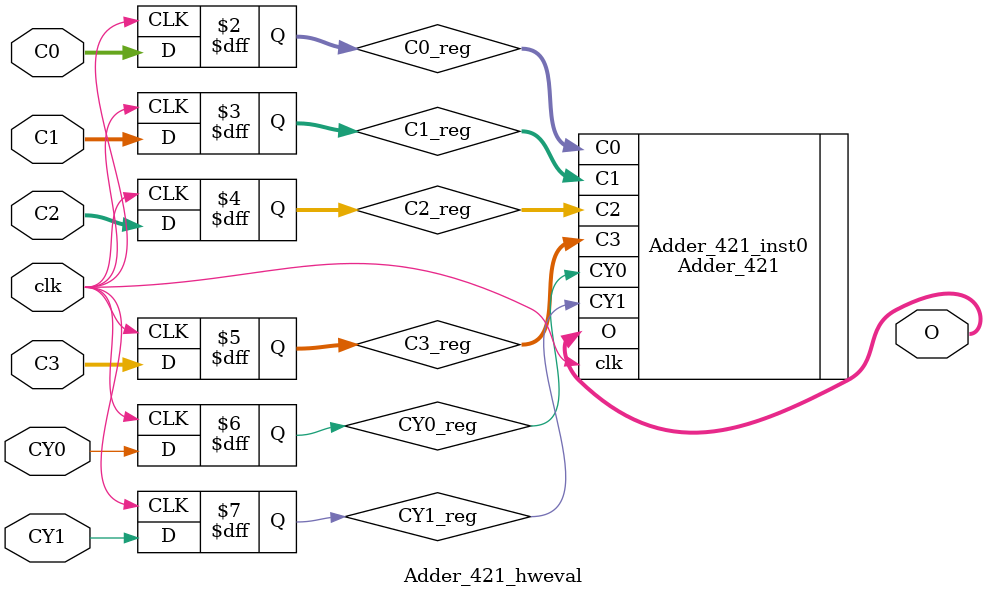
<source format=sv>
`timescale 1ns / 1ps


module Adder_421_hweval#(
    parameter IN_WIDTH = 9
)(
    input  logic                  clk,
    input  logic [IN_WIDTH-1 : 0] C0,
    input  logic [IN_WIDTH-1 : 0] C1,
    input  logic [IN_WIDTH-1 : 0] C2,
    input  logic [IN_WIDTH-1 : 0] C3,
    input  logic                  CY0,
    input  logic                  CY1,
    output logic [IN_WIDTH+1 : 0] O
    );

    logic [IN_WIDTH-1 : 0] C0_reg;
    logic [IN_WIDTH-1 : 0] C1_reg;
    logic [IN_WIDTH-1 : 0] C2_reg;
    logic [IN_WIDTH-1 : 0] C3_reg;
    logic                  CY0_reg;
    logic                  CY1_reg;

    always_ff @(posedge clk) begin
        C0_reg  <= C0;
        C1_reg  <= C1;
        C2_reg  <= C2;
        C3_reg  <= C3;
        CY0_reg <= CY0;
        CY1_reg <= CY1;
    end
     
    Adder_421 #(.IN_WIDTH(IN_WIDTH),
                .OUTREG  ("TRUE"  ),
                .LEAVEC  ("TRUE"  ))
    Adder_421_inst0(.clk(clk   ),
                    .C0 (C0_reg ),
                    .C1 (C1_reg ),
                    .C2 (C2_reg ),
                    .C3 (C3_reg ),
                    .CY0(CY0_reg),
                    .CY1(CY1_reg),
                    .O  (O      ));
endmodule

</source>
